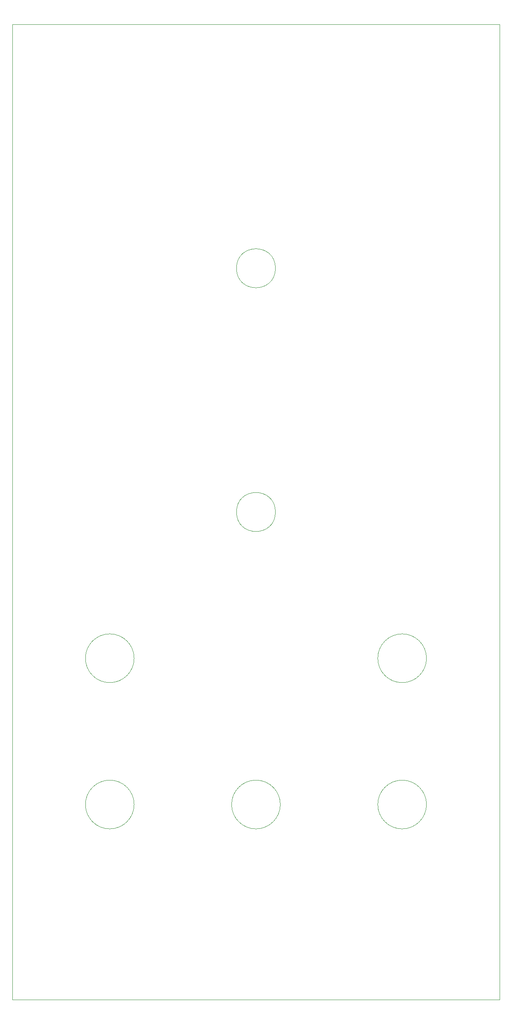
<source format=gbr>
%TF.GenerationSoftware,KiCad,Pcbnew,(5.1.6-0-10_14)*%
%TF.CreationDate,2021-10-27T22:41:10-07:00*%
%TF.ProjectId,lm13700-multimode-filter-panel,6c6d3133-3730-4302-9d6d-756c74696d6f,rev?*%
%TF.SameCoordinates,Original*%
%TF.FileFunction,Profile,NP*%
%FSLAX46Y46*%
G04 Gerber Fmt 4.6, Leading zero omitted, Abs format (unit mm)*
G04 Created by KiCad (PCBNEW (5.1.6-0-10_14)) date 2021-10-27 22:41:10*
%MOMM*%
%LPD*%
G01*
G04 APERTURE LIST*
%TA.AperFunction,Profile*%
%ADD10C,0.050000*%
%TD*%
G04 APERTURE END LIST*
D10*
X105000000Y-180000000D02*
G75*
G03*
X105000000Y-180000000I-5000000J0D01*
G01*
X75000000Y-180000000D02*
G75*
G03*
X75000000Y-180000000I-5000000J0D01*
G01*
X45000000Y-180000000D02*
G75*
G03*
X45000000Y-180000000I-5000000J0D01*
G01*
X105000000Y-150000000D02*
G75*
G03*
X105000000Y-150000000I-5000000J0D01*
G01*
X45000000Y-150000000D02*
G75*
G03*
X45000000Y-150000000I-5000000J0D01*
G01*
X74000000Y-120000000D02*
G75*
G03*
X74000000Y-120000000I-4000000J0D01*
G01*
X74000000Y-70000000D02*
G75*
G03*
X74000000Y-70000000I-4000000J0D01*
G01*
X20000000Y-220000000D02*
X20000000Y-20000000D01*
X120000000Y-220000000D02*
X20000000Y-220000000D01*
X120000000Y-20000000D02*
X120000000Y-220000000D01*
X20000000Y-20000000D02*
X120000000Y-20000000D01*
M02*

</source>
